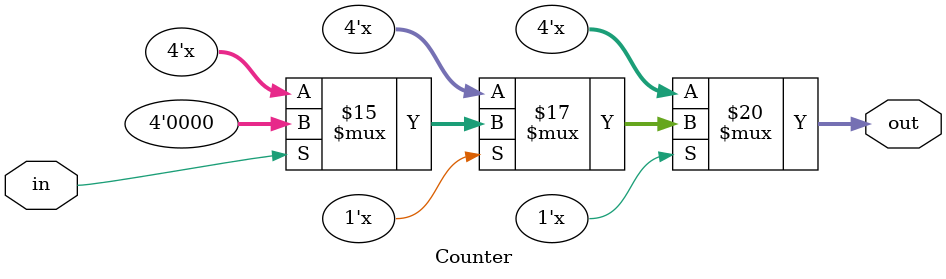
<source format=v>
`timescale 1ns / 1ps
module Counter(
    input in,
    output reg [3:0] out=4'b0000
    );

always @ (*)
begin
	if (out == 4'b1111)
	begin
		if (in == 1'b1) out = 4'b0000;
	end
	else
	begin
		if (in == 1'b1) out = out + 1;
	end
end
endmodule

</source>
